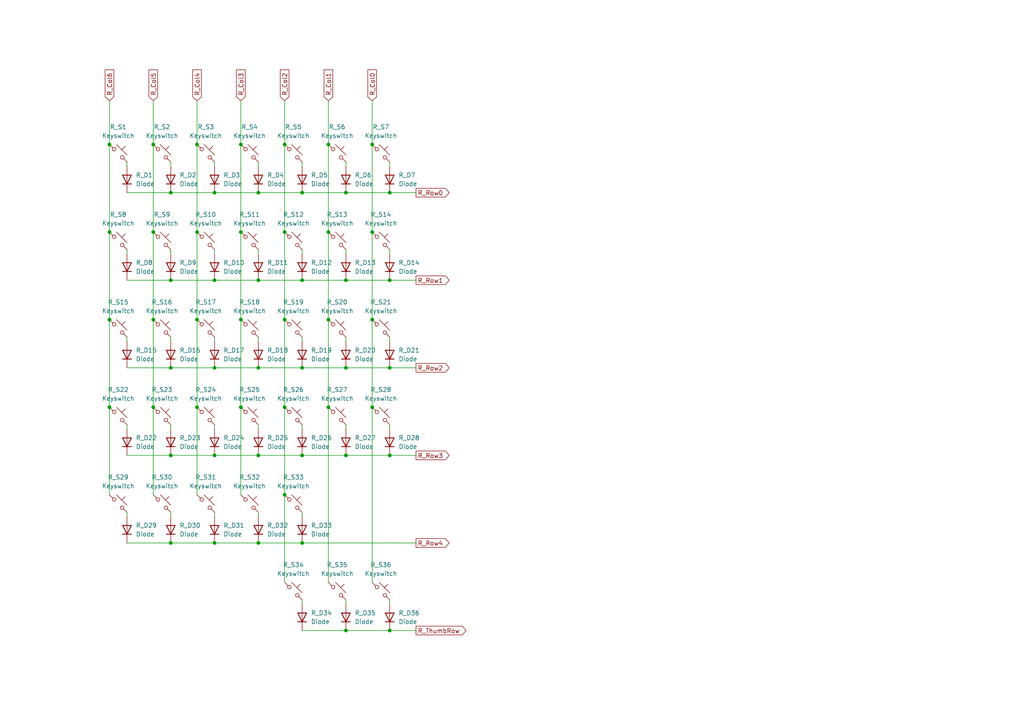
<source format=kicad_sch>
(kicad_sch (version 20250114) (generator "eeschema") (generator_version "9.0")
  (paper "A4")
  (title_block (title "TheFalcon[Left["))
  (lib_symbols
    (symbol "ScottoKeebs:Placeholder_Diode" (pin_numbers (hide yes)) (pin_names (hide yes))
      (property "Reference" "R_D" (at 0 2.54 0))
      (property "Value" "Diode" (at 0 -2.54 0))
      (symbol "Placeholder_Diode_0_1"
        (polyline (pts (xy -1.27 1.27) (xy -1.27 -1.27)) (stroke (width 0.254)))
        (polyline (pts (xy 1.27 1.27) (xy 1.27 -1.27) (xy -1.27 0) (xy 1.27 1.27)) (stroke (width 0.254)))
        (polyline (pts (xy 1.27 0) (xy -1.27 0)))
      )
      (symbol "Placeholder_Diode_1_1"
        (pin passive line (at -3.81 0 0) (length 2.54) (name "K") (number "1"))
        (pin passive line (at 3.81 0 180) (length 2.54) (name "A") (number "2"))
      )
    )
    (symbol "ScottoKeebs:Placeholder_Keyswitch" (pin_numbers (hide yes)) (pin_names (offset 1.016) (hide yes))
      (property "Reference" "R_S" (at 3.048 1.016 0))
      (property "Value" "Keyswitch" (at 0 -3.81 0))
      (symbol "Placeholder_Keyswitch_0_1"
        (polyline (pts (xy -2.54 2.54) (xy -1.524 1.524) (xy -1.524 1.524)))
        (circle (center -1.1684 1.1684) (radius 0.508))
        (polyline (pts (xy -0.508 2.54) (xy 2.54 -0.508)))
        (polyline (pts (xy 1.016 1.016) (xy 2.032 2.032)))
        (circle (center 1.143 -1.1938) (radius 0.508))
        (polyline (pts (xy 1.524 -1.524) (xy 2.54 -2.54) (xy 2.54 -2.54) (xy 2.54 -2.54)))
        (pin passive line (at -2.54 2.54 0) (length 0) (name "1") (number "1"))
        (pin passive line (at 2.54 -2.54 180) (length 0) (name "2") (number "2"))
      )
    )
  )
  (junction (at 107.95 92.71))
  (junction (at 31.75 67.31))
  (junction (at 100.33 106.68))
  (junction (at 74.93 157.48))
  (junction (at 44.45 67.31))
  (junction (at 49.53 157.48))
  (junction (at 100.33 55.88))
  (junction (at 113.03 106.68))
  (junction (at 62.23 132.08))
  (junction (at 31.75 118.11))
  (junction (at 57.15 67.31))
  (junction (at 82.55 143.51))
  (junction (at 87.63 106.68))
  (junction (at 100.33 182.88))
  (junction (at 44.45 118.11))
  (junction (at 82.55 41.91))
  (junction (at 62.23 157.48))
  (junction (at 87.63 157.48))
  (junction (at 49.53 55.88))
  (junction (at 95.25 118.11))
  (junction (at 87.63 55.88))
  (junction (at 69.85 41.91))
  (junction (at 113.03 132.08))
  (junction (at 31.75 92.71))
  (junction (at 49.53 106.68))
  (junction (at 44.45 41.91))
  (junction (at 74.93 55.88))
  (junction (at 74.93 106.68))
  (junction (at 87.63 81.28))
  (junction (at 69.85 92.71))
  (junction (at 107.95 41.91))
  (junction (at 44.45 92.71))
  (junction (at 113.03 81.28))
  (junction (at 82.55 67.31))
  (junction (at 100.33 81.28))
  (junction (at 107.95 118.11))
  (junction (at 69.85 118.11))
  (junction (at 49.53 81.28))
  (junction (at 95.25 92.71))
  (junction (at 87.63 132.08))
  (junction (at 113.03 55.88))
  (junction (at 31.75 41.91))
  (junction (at 57.15 41.91))
  (junction (at 82.55 92.71))
  (junction (at 95.25 41.91))
  (junction (at 62.23 106.68))
  (junction (at 62.23 81.28))
  (junction (at 107.95 67.31))
  (junction (at 49.53 132.08))
  (junction (at 74.93 132.08))
  (junction (at 57.15 92.71))
  (junction (at 62.23 55.88))
  (junction (at 95.25 67.31))
  (junction (at 69.85 67.31))
  (junction (at 57.15 118.11))
  (junction (at 100.33 132.08))
  (junction (at 74.93 81.28))
  (junction (at 113.03 182.88))
  (junction (at 82.55 118.11))
  (wire (pts (xy 36.83 81.28) (xy 49.53 81.28)))
  (wire (pts (xy 113.03 55.88) (xy 120.65 55.88)))
  (wire (pts (xy 69.85 92.71) (xy 69.85 118.11)))
  (wire (pts (xy 44.45 29.21) (xy 44.45 41.91)))
  (wire (pts (xy 62.23 72.39) (xy 62.23 73.66)))
  (wire (pts (xy 49.53 106.68) (xy 62.23 106.68)))
  (wire (pts (xy 82.55 41.91) (xy 82.55 67.31)))
  (wire (pts (xy 74.93 97.79) (xy 74.93 99.06)))
  (wire (pts (xy 87.63 97.79) (xy 87.63 99.06)))
  (wire (pts (xy 49.53 55.88) (xy 62.23 55.88)))
  (wire (pts (xy 74.93 81.28) (xy 87.63 81.28)))
  (wire (pts (xy 57.15 29.21) (xy 57.15 41.91)))
  (wire (pts (xy 100.33 72.39) (xy 100.33 73.66)))
  (wire (pts (xy 31.75 67.31) (xy 31.75 92.71)))
  (wire (pts (xy 62.23 132.08) (xy 74.93 132.08)))
  (wire (pts (xy 36.83 106.68) (xy 49.53 106.68)))
  (wire (pts (xy 95.25 41.91) (xy 95.25 67.31)))
  (wire (pts (xy 113.03 106.68) (xy 120.65 106.68)))
  (wire (pts (xy 100.33 123.19) (xy 100.33 124.46)))
  (wire (pts (xy 44.45 118.11) (xy 44.45 143.51)))
  (wire (pts (xy 107.95 67.31) (xy 107.95 92.71)))
  (wire (pts (xy 82.55 29.21) (xy 82.55 41.91)))
  (wire (pts (xy 62.23 106.68) (xy 74.93 106.68)))
  (wire (pts (xy 62.23 46.99) (xy 62.23 48.26)))
  (wire (pts (xy 49.53 157.48) (xy 62.23 157.48)))
  (wire (pts (xy 87.63 106.68) (xy 100.33 106.68)))
  (wire (pts (xy 113.03 182.88) (xy 120.65 182.88)))
  (wire (pts (xy 100.33 55.88) (xy 113.03 55.88)))
  (wire (pts (xy 82.55 118.11) (xy 82.55 143.51)))
  (wire (pts (xy 107.95 41.91) (xy 107.95 67.31)))
  (wire (pts (xy 62.23 123.19) (xy 62.23 124.46)))
  (wire (pts (xy 31.75 29.21) (xy 31.75 41.91)))
  (wire (pts (xy 31.75 92.71) (xy 31.75 118.11)))
  (wire (pts (xy 107.95 92.71) (xy 107.95 118.11)))
  (wire (pts (xy 36.83 72.39) (xy 36.83 73.66)))
  (wire (pts (xy 49.53 72.39) (xy 49.53 73.66)))
  (wire (pts (xy 36.83 132.08) (xy 49.53 132.08)))
  (wire (pts (xy 87.63 55.88) (xy 100.33 55.88)))
  (wire (pts (xy 107.95 29.21) (xy 107.95 41.91)))
  (wire (pts (xy 87.63 182.88) (xy 100.33 182.88)))
  (wire (pts (xy 69.85 29.21) (xy 69.85 41.91)))
  (wire (pts (xy 113.03 173.99) (xy 113.03 175.26)))
  (wire (pts (xy 113.03 72.39) (xy 113.03 73.66)))
  (wire (pts (xy 49.53 81.28) (xy 62.23 81.28)))
  (wire (pts (xy 36.83 123.19) (xy 36.83 124.46)))
  (wire (pts (xy 36.83 157.48) (xy 49.53 157.48)))
  (wire (pts (xy 87.63 148.59) (xy 87.63 149.86)))
  (wire (pts (xy 69.85 67.31) (xy 69.85 92.71)))
  (wire (pts (xy 49.53 123.19) (xy 49.53 124.46)))
  (wire (pts (xy 100.33 97.79) (xy 100.33 99.06)))
  (wire (pts (xy 62.23 148.59) (xy 62.23 149.86)))
  (wire (pts (xy 49.53 148.59) (xy 49.53 149.86)))
  (wire (pts (xy 100.33 182.88) (xy 113.03 182.88)))
  (wire (pts (xy 57.15 67.31) (xy 57.15 92.71)))
  (wire (pts (xy 36.83 148.59) (xy 36.83 149.86)))
  (wire (pts (xy 100.33 81.28) (xy 113.03 81.28)))
  (wire (pts (xy 95.25 67.31) (xy 95.25 92.71)))
  (wire (pts (xy 74.93 148.59) (xy 74.93 149.86)))
  (wire (pts (xy 87.63 72.39) (xy 87.63 73.66)))
  (wire (pts (xy 82.55 67.31) (xy 82.55 92.71)))
  (wire (pts (xy 57.15 41.91) (xy 57.15 67.31)))
  (wire (pts (xy 44.45 41.91) (xy 44.45 67.31)))
  (wire (pts (xy 100.33 106.68) (xy 113.03 106.68)))
  (wire (pts (xy 95.25 29.21) (xy 95.25 41.91)))
  (wire (pts (xy 82.55 92.71) (xy 82.55 118.11)))
  (wire (pts (xy 49.53 132.08) (xy 62.23 132.08)))
  (wire (pts (xy 74.93 72.39) (xy 74.93 73.66)))
  (wire (pts (xy 95.25 92.71) (xy 95.25 118.11)))
  (wire (pts (xy 100.33 173.99) (xy 100.33 175.26)))
  (wire (pts (xy 69.85 41.91) (xy 69.85 67.31)))
  (wire (pts (xy 69.85 118.11) (xy 69.85 143.51)))
  (wire (pts (xy 74.93 123.19) (xy 74.93 124.46)))
  (wire (pts (xy 31.75 41.91) (xy 31.75 67.31)))
  (wire (pts (xy 113.03 46.99) (xy 113.03 48.26)))
  (wire (pts (xy 82.55 143.51) (xy 82.55 168.91)))
  (wire (pts (xy 100.33 46.99) (xy 100.33 48.26)))
  (wire (pts (xy 87.63 173.99) (xy 87.63 175.26)))
  (wire (pts (xy 31.75 118.11) (xy 31.75 143.51)))
  (wire (pts (xy 62.23 55.88) (xy 74.93 55.88)))
  (wire (pts (xy 74.93 46.99) (xy 74.93 48.26)))
  (wire (pts (xy 113.03 97.79) (xy 113.03 99.06)))
  (wire (pts (xy 74.93 55.88) (xy 87.63 55.88)))
  (wire (pts (xy 36.83 55.88) (xy 49.53 55.88)))
  (wire (pts (xy 87.63 123.19) (xy 87.63 124.46)))
  (wire (pts (xy 74.93 106.68) (xy 87.63 106.68)))
  (wire (pts (xy 74.93 132.08) (xy 87.63 132.08)))
  (wire (pts (xy 62.23 97.79) (xy 62.23 99.06)))
  (wire (pts (xy 44.45 67.31) (xy 44.45 92.71)))
  (wire (pts (xy 100.33 132.08) (xy 113.03 132.08)))
  (wire (pts (xy 36.83 97.79) (xy 36.83 99.06)))
  (wire (pts (xy 36.83 46.99) (xy 36.83 48.26)))
  (wire (pts (xy 62.23 157.48) (xy 74.93 157.48)))
  (wire (pts (xy 87.63 46.99) (xy 87.63 48.26)))
  (wire (pts (xy 87.63 157.48) (xy 120.65 157.48)))
  (wire (pts (xy 113.03 132.08) (xy 120.65 132.08)))
  (wire (pts (xy 57.15 118.11) (xy 57.15 143.51)))
  (wire (pts (xy 87.63 81.28) (xy 100.33 81.28)))
  (wire (pts (xy 44.45 92.71) (xy 44.45 118.11)))
  (wire (pts (xy 74.93 157.48) (xy 87.63 157.48)))
  (wire (pts (xy 107.95 118.11) (xy 107.95 168.91)))
  (wire (pts (xy 113.03 123.19) (xy 113.03 124.46)))
  (wire (pts (xy 49.53 46.99) (xy 49.53 48.26)))
  (wire (pts (xy 62.23 81.28) (xy 74.93 81.28)))
  (wire (pts (xy 95.25 118.11) (xy 95.25 168.91)))
  (wire (pts (xy 49.53 97.79) (xy 49.53 99.06)))
  (wire (pts (xy 57.15 92.71) (xy 57.15 118.11)))
  (wire (pts (xy 113.03 81.28) (xy 120.65 81.28)))
  (wire (pts (xy 87.63 132.08) (xy 100.33 132.08)))
  (global_label "R_ThumbRow" (shape output) (at 120.65 182.88 0) (property "Intersheetrefs" "${INTERSHEET_REFS}" (effects (hide yes))))
  (global_label "R_Col5" (shape input) (at 44.45 29.21 90) (property "Intersheetrefs" "${INTERSHEET_REFS}" (effects (hide yes))))
  (global_label "R_Row3" (shape output) (at 120.65 132.08 0) (property "Intersheetrefs" "${INTERSHEET_REFS}" (effects (hide yes))))
  (global_label "R_Col6" (shape input) (at 31.75 29.21 90) (property "Intersheetrefs" "${INTERSHEET_REFS}" (effects (hide yes))))
  (global_label "R_Row0" (shape output) (at 120.65 55.88 0) (property "Intersheetrefs" "${INTERSHEET_REFS}" (effects (hide yes))))
  (global_label "R_Row1" (shape output) (at 120.65 81.28 0) (property "Intersheetrefs" "${INTERSHEET_REFS}" (effects (hide yes))))
  (global_label "R_Row4" (shape output) (at 120.65 157.48 0) (property "Intersheetrefs" "${INTERSHEET_REFS}" (effects (hide yes))))
  (global_label "R_Col0" (shape input) (at 107.95 29.21 90) (property "Intersheetrefs" "${INTERSHEET_REFS}" (effects (hide yes))))
  (global_label "R_Col1" (shape input) (at 95.25 29.21 90) (property "Intersheetrefs" "${INTERSHEET_REFS}" (effects (hide yes))))
  (global_label "R_Col2" (shape input) (at 82.55 29.21 90) (property "Intersheetrefs" "${INTERSHEET_REFS}" (effects (hide yes))))
  (global_label "R_Col4" (shape input) (at 57.15 29.21 90) (property "Intersheetrefs" "${INTERSHEET_REFS}" (effects (hide yes))))
  (global_label "R_Col3" (shape input) (at 69.85 29.21 90) (property "Intersheetrefs" "${INTERSHEET_REFS}" (effects (hide yes))))
  (global_label "R_Row2" (shape output) (at 120.65 106.68 0) (property "Intersheetrefs" "${INTERSHEET_REFS}" (effects (hide yes))))
  (symbol (lib_id "ScottoKeebs:Placeholder_Keyswitch") (at 46.99 120.65 0) (unit 1)
    (property "Reference" "R_S23" (at 46.99 113.03 0))
    (property "Value" "Keyswitch" (at 46.99 115.57 0))
    (property "Footprint" "MX_KS33:MX_KS33-Solderable-1U" (effects (hide yes)))
    (property "Description" "Push button switch, normally open, two pins, 45° tilted" (effects (hide yes)))
  )
  (symbol (lib_id "ScottoKeebs:Placeholder_Keyswitch") (at 85.09 120.65 0) (unit 1)
    (property "Reference" "R_S26" (at 85.09 113.03 0))
    (property "Value" "Keyswitch" (at 85.09 115.57 0))
    (property "Footprint" "MX_KS33:MX_KS33-Solderable-1U" (effects (hide yes)))
    (property "Description" "Push button switch, normally open, two pins, 45° tilted" (effects (hide yes)))
  )
  (symbol (lib_id "ScottoKeebs:Placeholder_Diode") (at 113.03 179.07 90) (unit 1)
    (property "Reference" "R_D36" (at 115.57 177.7999 90) (effects (justify right)))
    (property "Value" "Diode" (at 115.57 180.3399 90) (effects (justify right)))
    (property "Footprint" "Diode_SMD:D_SOD-123" (effects (hide yes)))
    (property "Description" "1N4148 (DO-35) or 1N4148W (SOD-123)" (effects (hide yes)))
    (property "LCSC Part Number" "C2099" (effects (hide yes)))
  )
  (symbol (lib_id "ScottoKeebs:Placeholder_Diode") (at 100.33 52.07 90) (unit 1)
    (property "Reference" "R_D6" (at 102.87 50.7999 90) (effects (justify right)))
    (property "Value" "Diode" (at 102.87 53.3399 90) (effects (justify right)))
    (property "Footprint" "Diode_SMD:D_SOD-123" (effects (hide yes)))
    (property "Description" "1N4148 (DO-35) or 1N4148W (SOD-123)" (effects (hide yes)))
    (property "LCSC Part Number" "C2099" (effects (hide yes)))
  )
  (symbol (lib_id "ScottoKeebs:Placeholder_Diode") (at 62.23 128.27 90) (unit 1)
    (property "Reference" "R_D24" (at 64.77 126.9999 90) (effects (justify right)))
    (property "Value" "Diode" (at 64.77 129.5399 90) (effects (justify right)))
    (property "Footprint" "Diode_SMD:D_SOD-123" (effects (hide yes)))
    (property "Description" "1N4148 (DO-35) or 1N4148W (SOD-123)" (effects (hide yes)))
    (property "LCSC Part Number" "C2099" (effects (hide yes)))
  )
  (symbol (lib_id "ScottoKeebs:Placeholder_Diode") (at 49.53 77.47 90) (unit 1)
    (property "Reference" "R_D9" (at 52.07 76.1999 90) (effects (justify right)))
    (property "Value" "Diode" (at 52.07 78.7399 90) (effects (justify right)))
    (property "Footprint" "Diode_SMD:D_SOD-123" (effects (hide yes)))
    (property "Description" "1N4148 (DO-35) or 1N4148W (SOD-123)" (effects (hide yes)))
    (property "LCSC Part Number" "C2099" (effects (hide yes)))
  )
  (symbol (lib_id "ScottoKeebs:Placeholder_Diode") (at 87.63 179.07 90) (unit 1)
    (property "Reference" "R_D34" (at 90.17 177.7999 90) (effects (justify right)))
    (property "Value" "Diode" (at 90.17 180.3399 90) (effects (justify right)))
    (property "Footprint" "Diode_SMD:D_SOD-123" (effects (hide yes)))
    (property "Description" "1N4148 (DO-35) or 1N4148W (SOD-123)" (effects (hide yes)))
    (property "LCSC Part Number" "C2099" (effects (hide yes)))
  )
  (symbol (lib_id "ScottoKeebs:Placeholder_Diode") (at 100.33 77.47 90) (unit 1)
    (property "Reference" "R_D13" (at 102.87 76.1999 90) (effects (justify right)))
    (property "Value" "Diode" (at 102.87 78.7399 90) (effects (justify right)))
    (property "Footprint" "Diode_SMD:D_SOD-123" (effects (hide yes)))
    (property "Description" "1N4148 (DO-35) or 1N4148W (SOD-123)" (effects (hide yes)))
    (property "LCSC Part Number" "C2099" (effects (hide yes)))
  )
  (symbol (lib_id "ScottoKeebs:Placeholder_Keyswitch") (at 97.79 69.85 0) (unit 1)
    (property "Reference" "R_S13" (at 97.79 62.23 0))
    (property "Value" "Keyswitch" (at 97.79 64.77 0))
    (property "Footprint" "MX_KS33:MX_KS33-Solderable-1U" (effects (hide yes)))
    (property "Description" "Push button switch, normally open, two pins, 45° tilted" (effects (hide yes)))
  )
  (symbol (lib_id "ScottoKeebs:Placeholder_Diode") (at 62.23 77.47 90) (unit 1)
    (property "Reference" "R_D10" (at 64.77 76.1999 90) (effects (justify right)))
    (property "Value" "Diode" (at 64.77 78.7399 90) (effects (justify right)))
    (property "Footprint" "Diode_SMD:D_SOD-123" (effects (hide yes)))
    (property "Description" "1N4148 (DO-35) or 1N4148W (SOD-123)" (effects (hide yes)))
    (property "LCSC Part Number" "C2099" (effects (hide yes)))
  )
  (symbol (lib_id "ScottoKeebs:Placeholder_Diode") (at 87.63 153.67 90) (unit 1)
    (property "Reference" "R_D33" (at 90.17 152.3999 90) (effects (justify right)))
    (property "Value" "Diode" (at 90.17 154.9399 90) (effects (justify right)))
    (property "Footprint" "Diode_SMD:D_SOD-123" (effects (hide yes)))
    (property "Description" "1N4148 (DO-35) or 1N4148W (SOD-123)" (effects (hide yes)))
    (property "LCSC Part Number" "C2099" (effects (hide yes)))
  )
  (symbol (lib_id "ScottoKeebs:Placeholder_Keyswitch") (at 34.29 146.05 0) (unit 1)
    (property "Reference" "R_S29" (at 34.29 138.43 0))
    (property "Value" "Keyswitch" (at 34.29 140.97 0))
    (property "Footprint" "MX_KS33:MX_KS33-Solderable-1U" (effects (hide yes)))
    (property "Description" "Push button switch, normally open, two pins, 45° tilted" (effects (hide yes)))
  )
  (symbol (lib_id "ScottoKeebs:Placeholder_Keyswitch") (at 34.29 44.45 0) (unit 1)
    (property "Reference" "R_S1" (at 34.29 36.83 0))
    (property "Value" "Keyswitch" (at 34.29 39.37 0))
    (property "Footprint" "MX_KS33:MX_KS33-Solderable-1U" (effects (hide yes)))
    (property "Description" "Push button switch, normally open, two pins, 45° tilted" (effects (hide yes)))
  )
  (symbol (lib_id "ScottoKeebs:Placeholder_Diode") (at 74.93 102.87 90) (unit 1)
    (property "Reference" "R_D18" (at 77.47 101.5999 90) (effects (justify right)))
    (property "Value" "Diode" (at 77.47 104.1399 90) (effects (justify right)))
    (property "Footprint" "Diode_SMD:D_SOD-123" (effects (hide yes)))
    (property "Description" "1N4148 (DO-35) or 1N4148W (SOD-123)" (effects (hide yes)))
    (property "LCSC Part Number" "C2099" (effects (hide yes)))
  )
  (symbol (lib_id "ScottoKeebs:Placeholder_Diode") (at 74.93 153.67 90) (unit 1)
    (property "Reference" "R_D32" (at 77.47 152.3999 90) (effects (justify right)))
    (property "Value" "Diode" (at 77.47 154.9399 90) (effects (justify right)))
    (property "Footprint" "Diode_SMD:D_SOD-123" (effects (hide yes)))
    (property "Description" "1N4148 (DO-35) or 1N4148W (SOD-123)" (effects (hide yes)))
    (property "LCSC Part Number" "C2099" (effects (hide yes)))
  )
  (symbol (lib_id "ScottoKeebs:Placeholder_Diode") (at 49.53 52.07 90) (unit 1)
    (property "Reference" "R_D2" (at 52.07 50.7999 90) (effects (justify right)))
    (property "Value" "Diode" (at 52.07 53.3399 90) (effects (justify right)))
    (property "Footprint" "Diode_SMD:D_SOD-123" (effects (hide yes)))
    (property "Description" "1N4148 (DO-35) or 1N4148W (SOD-123)" (effects (hide yes)))
    (property "LCSC Part Number" "C2099" (effects (hide yes)))
  )
  (symbol (lib_id "ScottoKeebs:Placeholder_Diode") (at 100.33 128.27 90) (unit 1)
    (property "Reference" "R_D27" (at 102.87 126.9999 90) (effects (justify right)))
    (property "Value" "Diode" (at 102.87 129.5399 90) (effects (justify right)))
    (property "Footprint" "Diode_SMD:D_SOD-123" (effects (hide yes)))
    (property "Description" "1N4148 (DO-35) or 1N4148W (SOD-123)" (effects (hide yes)))
    (property "LCSC Part Number" "C2099" (effects (hide yes)))
  )
  (symbol (lib_id "ScottoKeebs:Placeholder_Keyswitch") (at 110.49 120.65 0) (unit 1)
    (property "Reference" "R_S28" (at 110.49 113.03 0))
    (property "Value" "Keyswitch" (at 110.49 115.57 0))
    (property "Footprint" "MX_KS33:MX_KS33-Solderable-1U" (effects (hide yes)))
    (property "Description" "Push button switch, normally open, two pins, 45° tilted" (effects (hide yes)))
  )
  (symbol (lib_id "ScottoKeebs:Placeholder_Diode") (at 87.63 52.07 90) (unit 1)
    (property "Reference" "R_D5" (at 90.17 50.7999 90) (effects (justify right)))
    (property "Value" "Diode" (at 90.17 53.3399 90) (effects (justify right)))
    (property "Footprint" "Diode_SMD:D_SOD-123" (effects (hide yes)))
    (property "Description" "1N4148 (DO-35) or 1N4148W (SOD-123)" (effects (hide yes)))
    (property "LCSC Part Number" "C2099" (effects (hide yes)))
  )
  (symbol (lib_id "ScottoKeebs:Placeholder_Keyswitch") (at 72.39 146.05 0) (unit 1)
    (property "Reference" "R_S32" (at 72.39 138.43 0))
    (property "Value" "Keyswitch" (at 72.39 140.97 0))
    (property "Footprint" "MX_KS33:MX_KS33-Solderable-1U" (effects (hide yes)))
    (property "Description" "Push button switch, normally open, two pins, 45° tilted" (effects (hide yes)))
  )
  (symbol (lib_id "ScottoKeebs:Placeholder_Diode") (at 62.23 102.87 90) (unit 1)
    (property "Reference" "R_D17" (at 64.77 101.5999 90) (effects (justify right)))
    (property "Value" "Diode" (at 64.77 104.1399 90) (effects (justify right)))
    (property "Footprint" "Diode_SMD:D_SOD-123" (effects (hide yes)))
    (property "Description" "1N4148 (DO-35) or 1N4148W (SOD-123)" (effects (hide yes)))
    (property "LCSC Part Number" "C2099" (effects (hide yes)))
  )
  (symbol (lib_id "ScottoKeebs:Placeholder_Diode") (at 49.53 153.67 90) (unit 1)
    (property "Reference" "R_D30" (at 52.07 152.3999 90) (effects (justify right)))
    (property "Value" "Diode" (at 52.07 154.9399 90) (effects (justify right)))
    (property "Footprint" "Diode_SMD:D_SOD-123" (effects (hide yes)))
    (property "Description" "1N4148 (DO-35) or 1N4148W (SOD-123)" (effects (hide yes)))
    (property "LCSC Part Number" "C2099" (effects (hide yes)))
  )
  (symbol (lib_id "ScottoKeebs:Placeholder_Keyswitch") (at 85.09 95.25 0) (unit 1)
    (property "Reference" "R_S19" (at 85.09 87.63 0))
    (property "Value" "Keyswitch" (at 85.09 90.17 0))
    (property "Footprint" "MX_KS33:MX_KS33-Solderable-1U" (effects (hide yes)))
    (property "Description" "Push button switch, normally open, two pins, 45° tilted" (effects (hide yes)))
  )
  (symbol (lib_id "ScottoKeebs:Placeholder_Keyswitch") (at 34.29 95.25 0) (unit 1)
    (property "Reference" "R_S15" (at 34.29 87.63 0))
    (property "Value" "Keyswitch" (at 34.29 90.17 0))
    (property "Footprint" "MX_KS33:MX_KS33-Solderable-1U" (effects (hide yes)))
    (property "Description" "Push button switch, normally open, two pins, 45° tilted" (effects (hide yes)))
  )
  (symbol (lib_id "ScottoKeebs:Placeholder_Keyswitch") (at 85.09 146.05 0) (unit 1)
    (property "Reference" "R_S33" (at 85.09 138.43 0))
    (property "Value" "Keyswitch" (at 85.09 140.97 0))
    (property "Footprint" "MX_KS33:MX_KS33-Solderable-1U" (effects (hide yes)))
    (property "Description" "Push button switch, normally open, two pins, 45° tilted" (effects (hide yes)))
  )
  (symbol (lib_id "ScottoKeebs:Placeholder_Diode") (at 113.03 77.47 90) (unit 1)
    (property "Reference" "R_D14" (at 115.57 76.1999 90) (effects (justify right)))
    (property "Value" "Diode" (at 115.57 78.7399 90) (effects (justify right)))
    (property "Footprint" "Diode_SMD:D_SOD-123" (effects (hide yes)))
    (property "Description" "1N4148 (DO-35) or 1N4148W (SOD-123)" (effects (hide yes)))
    (property "LCSC Part Number" "C2099" (effects (hide yes)))
  )
  (symbol (lib_id "ScottoKeebs:Placeholder_Diode") (at 87.63 77.47 90) (unit 1)
    (property "Reference" "R_D12" (at 90.17 76.1999 90) (effects (justify right)))
    (property "Value" "Diode" (at 90.17 78.7399 90) (effects (justify right)))
    (property "Footprint" "Diode_SMD:D_SOD-123" (effects (hide yes)))
    (property "Description" "1N4148 (DO-35) or 1N4148W (SOD-123)" (effects (hide yes)))
    (property "LCSC Part Number" "C2099" (effects (hide yes)))
  )
  (symbol (lib_id "ScottoKeebs:Placeholder_Keyswitch") (at 97.79 171.45 0) (unit 1)
    (property "Reference" "R_S35" (at 97.79 163.83 0))
    (property "Value" "Keyswitch" (at 97.79 166.37 0))
    (property "Footprint" "MX_KS33:MX_KS33-Solderable-1.5U-Vertical" (effects (hide yes)))
    (property "Description" "Push button switch, normally open, two pins, 45° tilted" (effects (hide yes)))
  )
  (symbol (lib_id "ScottoKeebs:Placeholder_Keyswitch") (at 34.29 120.65 0) (unit 1)
    (property "Reference" "R_S22" (at 34.29 113.03 0))
    (property "Value" "Keyswitch" (at 34.29 115.57 0))
    (property "Footprint" "MX_KS33:MX_KS33-Solderable-1U" (effects (hide yes)))
    (property "Description" "Push button switch, normally open, two pins, 45° tilted" (effects (hide yes)))
  )
  (symbol (lib_id "ScottoKeebs:Placeholder_Diode") (at 36.83 77.47 90) (unit 1)
    (property "Reference" "R_D8" (at 39.37 76.1999 90) (effects (justify right)))
    (property "Value" "Diode" (at 39.37 78.7399 90) (effects (justify right)))
    (property "Footprint" "Diode_SMD:D_SOD-123" (effects (hide yes)))
    (property "Description" "1N4148 (DO-35) or 1N4148W (SOD-123)" (effects (hide yes)))
    (property "LCSC Part Number" "C2099" (effects (hide yes)))
  )
  (symbol (lib_id "ScottoKeebs:Placeholder_Keyswitch") (at 46.99 146.05 0) (unit 1)
    (property "Reference" "R_S30" (at 46.99 138.43 0))
    (property "Value" "Keyswitch" (at 46.99 140.97 0))
    (property "Footprint" "MX_KS33:MX_KS33-Solderable-1U" (effects (hide yes)))
    (property "Description" "Push button switch, normally open, two pins, 45° tilted" (effects (hide yes)))
  )
  (symbol (lib_id "ScottoKeebs:Placeholder_Diode") (at 62.23 52.07 90) (unit 1)
    (property "Reference" "R_D3" (at 64.77 50.7999 90) (effects (justify right)))
    (property "Value" "Diode" (at 64.77 53.3399 90) (effects (justify right)))
    (property "Footprint" "Diode_SMD:D_SOD-123" (effects (hide yes)))
    (property "Description" "1N4148 (DO-35) or 1N4148W (SOD-123)" (effects (hide yes)))
    (property "LCSC Part Number" "C2099" (effects (hide yes)))
  )
  (symbol (lib_id "ScottoKeebs:Placeholder_Keyswitch") (at 72.39 69.85 0) (unit 1)
    (property "Reference" "R_S11" (at 72.39 62.23 0))
    (property "Value" "Keyswitch" (at 72.39 64.77 0))
    (property "Footprint" "MX_KS33:MX_KS33-Solderable-1U" (effects (hide yes)))
    (property "Description" "Push button switch, normally open, two pins, 45° tilted" (effects (hide yes)))
  )
  (symbol (lib_id "ScottoKeebs:Placeholder_Diode") (at 49.53 102.87 90) (unit 1)
    (property "Reference" "R_D16" (at 52.07 101.5999 90) (effects (justify right)))
    (property "Value" "Diode" (at 52.07 104.1399 90) (effects (justify right)))
    (property "Footprint" "Diode_SMD:D_SOD-123" (effects (hide yes)))
    (property "Description" "1N4148 (DO-35) or 1N4148W (SOD-123)" (effects (hide yes)))
    (property "LCSC Part Number" "C2099" (effects (hide yes)))
  )
  (symbol (lib_id "ScottoKeebs:Placeholder_Keyswitch") (at 97.79 95.25 0) (unit 1)
    (property "Reference" "R_S20" (at 97.79 87.63 0))
    (property "Value" "Keyswitch" (at 97.79 90.17 0))
    (property "Footprint" "MX_KS33:MX_KS33-Solderable-1U" (effects (hide yes)))
    (property "Description" "Push button switch, normally open, two pins, 45° tilted" (effects (hide yes)))
  )
  (symbol (lib_id "ScottoKeebs:Placeholder_Diode") (at 100.33 102.87 90) (unit 1)
    (property "Reference" "R_D20" (at 102.87 101.5999 90) (effects (justify right)))
    (property "Value" "Diode" (at 102.87 104.1399 90) (effects (justify right)))
    (property "Footprint" "Diode_SMD:D_SOD-123" (effects (hide yes)))
    (property "Description" "1N4148 (DO-35) or 1N4148W (SOD-123)" (effects (hide yes)))
    (property "LCSC Part Number" "C2099" (effects (hide yes)))
  )
  (symbol (lib_id "ScottoKeebs:Placeholder_Diode") (at 100.33 179.07 90) (unit 1)
    (property "Reference" "R_D35" (at 102.87 177.7999 90) (effects (justify right)))
    (property "Value" "Diode" (at 102.87 180.3399 90) (effects (justify right)))
    (property "Footprint" "Diode_SMD:D_SOD-123" (effects (hide yes)))
    (property "Description" "1N4148 (DO-35) or 1N4148W (SOD-123)" (effects (hide yes)))
    (property "LCSC Part Number" "C2099" (effects (hide yes)))
  )
  (symbol (lib_id "ScottoKeebs:Placeholder_Keyswitch") (at 97.79 44.45 0) (unit 1)
    (property "Reference" "R_S6" (at 97.79 36.83 0))
    (property "Value" "Keyswitch" (at 97.79 39.37 0))
    (property "Footprint" "MX_KS33:MX_KS33-Solderable-1U" (effects (hide yes)))
    (property "Description" "Push button switch, normally open, two pins, 45° tilted" (effects (hide yes)))
  )
  (symbol (lib_id "ScottoKeebs:Placeholder_Keyswitch") (at 110.49 44.45 0) (unit 1)
    (property "Reference" "R_S7" (at 110.49 36.83 0))
    (property "Value" "Keyswitch" (at 110.49 39.37 0))
    (property "Footprint" "MX_KS33:MX_KS33-Solderable-1U" (effects (hide yes)))
    (property "Description" "Push button switch, normally open, two pins, 45° tilted" (effects (hide yes)))
  )
  (symbol (lib_id "ScottoKeebs:Placeholder_Diode") (at 36.83 52.07 90) (unit 1)
    (property "Reference" "R_D1" (at 39.37 50.7999 90) (effects (justify right)))
    (property "Value" "Diode" (at 39.37 53.3399 90) (effects (justify right)))
    (property "Footprint" "Diode_SMD:D_SOD-123" (effects (hide yes)))
    (property "Description" "1N4148 (DO-35) or 1N4148W (SOD-123)" (effects (hide yes)))
    (property "LCSC Part Number" "C2099" (effects (hide yes)))
  )
  (symbol (lib_id "ScottoKeebs:Placeholder_Keyswitch") (at 72.39 95.25 0) (unit 1)
    (property "Reference" "R_S18" (at 72.39 87.63 0))
    (property "Value" "Keyswitch" (at 72.39 90.17 0))
    (property "Footprint" "MX_KS33:MX_KS33-Solderable-1U" (effects (hide yes)))
    (property "Description" "Push button switch, normally open, two pins, 45° tilted" (effects (hide yes)))
  )
  (symbol (lib_id "ScottoKeebs:Placeholder_Keyswitch") (at 85.09 69.85 0) (unit 1)
    (property "Reference" "R_S12" (at 85.09 62.23 0))
    (property "Value" "Keyswitch" (at 85.09 64.77 0))
    (property "Footprint" "MX_KS33:MX_KS33-Solderable-1U" (effects (hide yes)))
    (property "Description" "Push button switch, normally open, two pins, 45° tilted" (effects (hide yes)))
  )
  (symbol (lib_id "ScottoKeebs:Placeholder_Keyswitch") (at 59.69 69.85 0) (unit 1)
    (property "Reference" "R_S10" (at 59.69 62.23 0))
    (property "Value" "Keyswitch" (at 59.69 64.77 0))
    (property "Footprint" "MX_KS33:MX_KS33-Solderable-1U" (effects (hide yes)))
    (property "Description" "Push button switch, normally open, two pins, 45° tilted" (effects (hide yes)))
  )
  (symbol (lib_id "ScottoKeebs:Placeholder_Keyswitch") (at 72.39 44.45 0) (unit 1)
    (property "Reference" "R_S4" (at 72.39 36.83 0))
    (property "Value" "Keyswitch" (at 72.39 39.37 0))
    (property "Footprint" "MX_KS33:MX_KS33-Solderable-1U" (effects (hide yes)))
    (property "Description" "Push button switch, normally open, two pins, 45° tilted" (effects (hide yes)))
  )
  (symbol (lib_id "ScottoKeebs:Placeholder_Keyswitch") (at 59.69 44.45 0) (unit 1)
    (property "Reference" "R_S3" (at 59.69 36.83 0))
    (property "Value" "Keyswitch" (at 59.69 39.37 0))
    (property "Footprint" "MX_KS33:MX_KS33-Solderable-1U" (effects (hide yes)))
    (property "Description" "Push button switch, normally open, two pins, 45° tilted" (effects (hide yes)))
  )
  (symbol (lib_id "ScottoKeebs:Placeholder_Keyswitch") (at 110.49 95.25 0) (unit 1)
    (property "Reference" "R_S21" (at 110.49 87.63 0))
    (property "Value" "Keyswitch" (at 110.49 90.17 0))
    (property "Footprint" "MX_KS33:MX_KS33-Solderable-1U" (effects (hide yes)))
    (property "Description" "Push button switch, normally open, two pins, 45° tilted" (effects (hide yes)))
  )
  (symbol (lib_id "ScottoKeebs:Placeholder_Diode") (at 36.83 153.67 90) (unit 1)
    (property "Reference" "R_D29" (at 39.37 152.3999 90) (effects (justify right)))
    (property "Value" "Diode" (at 39.37 154.9399 90) (effects (justify right)))
    (property "Footprint" "Diode_SMD:D_SOD-123" (effects (hide yes)))
    (property "Description" "1N4148 (DO-35) or 1N4148W (SOD-123)" (effects (hide yes)))
    (property "LCSC Part Number" "C2099" (effects (hide yes)))
  )
  (symbol (lib_id "ScottoKeebs:Placeholder_Keyswitch") (at 97.79 120.65 0) (unit 1)
    (property "Reference" "R_S27" (at 97.79 113.03 0))
    (property "Value" "Keyswitch" (at 97.79 115.57 0))
    (property "Footprint" "MX_KS33:MX_KS33-Solderable-1U" (effects (hide yes)))
    (property "Description" "Push button switch, normally open, two pins, 45° tilted" (effects (hide yes)))
  )
  (symbol (lib_id "ScottoKeebs:Placeholder_Diode") (at 74.93 128.27 90) (unit 1)
    (property "Reference" "R_D25" (at 77.47 126.9999 90) (effects (justify right)))
    (property "Value" "Diode" (at 77.47 129.5399 90) (effects (justify right)))
    (property "Footprint" "Diode_SMD:D_SOD-123" (effects (hide yes)))
    (property "Description" "1N4148 (DO-35) or 1N4148W (SOD-123)" (effects (hide yes)))
    (property "LCSC Part Number" "C2099" (effects (hide yes)))
  )
  (symbol (lib_id "ScottoKeebs:Placeholder_Diode") (at 87.63 128.27 90) (unit 1)
    (property "Reference" "R_D26" (at 90.17 126.9999 90) (effects (justify right)))
    (property "Value" "Diode" (at 90.17 129.5399 90) (effects (justify right)))
    (property "Footprint" "Diode_SMD:D_SOD-123" (effects (hide yes)))
    (property "Description" "1N4148 (DO-35) or 1N4148W (SOD-123)" (effects (hide yes)))
    (property "LCSC Part Number" "C2099" (effects (hide yes)))
  )
  (symbol (lib_id "ScottoKeebs:Placeholder_Keyswitch") (at 46.99 44.45 0) (unit 1)
    (property "Reference" "R_S2" (at 46.99 36.83 0))
    (property "Value" "Keyswitch" (at 46.99 39.37 0))
    (property "Footprint" "MX_KS33:MX_KS33-Solderable-1U" (effects (hide yes)))
    (property "Description" "Push button switch, normally open, two pins, 45° tilted" (effects (hide yes)))
  )
  (symbol (lib_id "ScottoKeebs:Placeholder_Keyswitch") (at 46.99 95.25 0) (unit 1)
    (property "Reference" "R_S16" (at 46.99 87.63 0))
    (property "Value" "Keyswitch" (at 46.99 90.17 0))
    (property "Footprint" "MX_KS33:MX_KS33-Solderable-1U" (effects (hide yes)))
    (property "Description" "Push button switch, normally open, two pins, 45° tilted" (effects (hide yes)))
  )
  (symbol (lib_id "ScottoKeebs:Placeholder_Keyswitch") (at 85.09 171.45 0) (unit 1)
    (property "Reference" "R_S34" (at 85.09 163.83 0))
    (property "Value" "Keyswitch" (at 85.09 166.37 0))
    (property "Footprint" "MX_KS33:MX_KS33-Solderable-1U" (effects (hide yes)))
    (property "Description" "Push button switch, normally open, two pins, 45° tilted" (effects (hide yes)))
  )
  (symbol (lib_id "ScottoKeebs:Placeholder_Keyswitch") (at 46.99 69.85 0) (unit 1)
    (property "Reference" "R_S9" (at 46.99 62.23 0))
    (property "Value" "Keyswitch" (at 46.99 64.77 0))
    (property "Footprint" "MX_KS33:MX_KS33-Solderable-1U" (effects (hide yes)))
    (property "Description" "Push button switch, normally open, two pins, 45° tilted" (effects (hide yes)))
  )
  (symbol (lib_id "ScottoKeebs:Placeholder_Diode") (at 49.53 128.27 90) (unit 1)
    (property "Reference" "R_D23" (at 52.07 126.9999 90) (effects (justify right)))
    (property "Value" "Diode" (at 52.07 129.5399 90) (effects (justify right)))
    (property "Footprint" "Diode_SMD:D_SOD-123" (effects (hide yes)))
    (property "Description" "1N4148 (DO-35) or 1N4148W (SOD-123)" (effects (hide yes)))
    (property "LCSC Part Number" "C2099" (effects (hide yes)))
  )
  (symbol (lib_id "ScottoKeebs:Placeholder_Diode") (at 74.93 52.07 90) (unit 1)
    (property "Reference" "R_D4" (at 77.47 50.7999 90) (effects (justify right)))
    (property "Value" "Diode" (at 77.47 53.3399 90) (effects (justify right)))
    (property "Footprint" "Diode_SMD:D_SOD-123" (effects (hide yes)))
    (property "Description" "1N4148 (DO-35) or 1N4148W (SOD-123)" (effects (hide yes)))
    (property "LCSC Part Number" "C2099" (effects (hide yes)))
  )
  (symbol (lib_id "ScottoKeebs:Placeholder_Diode") (at 113.03 128.27 90) (unit 1)
    (property "Reference" "R_D28" (at 115.57 126.9999 90) (effects (justify right)))
    (property "Value" "Diode" (at 115.57 129.5399 90) (effects (justify right)))
    (property "Footprint" "Diode_SMD:D_SOD-123" (effects (hide yes)))
    (property "Description" "1N4148 (DO-35) or 1N4148W (SOD-123)" (effects (hide yes)))
    (property "LCSC Part Number" "C2099" (effects (hide yes)))
  )
  (symbol (lib_id "ScottoKeebs:Placeholder_Keyswitch") (at 110.49 69.85 0) (unit 1)
    (property "Reference" "R_S14" (at 110.49 62.23 0))
    (property "Value" "Keyswitch" (at 110.49 64.77 0))
    (property "Footprint" "MX_KS33:MX_KS33-Solderable-1U" (effects (hide yes)))
    (property "Description" "Push button switch, normally open, two pins, 45° tilted" (effects (hide yes)))
  )
  (symbol (lib_id "ScottoKeebs:Placeholder_Diode") (at 113.03 52.07 90) (unit 1)
    (property "Reference" "R_D7" (at 115.57 50.7999 90) (effects (justify right)))
    (property "Value" "Diode" (at 115.57 53.3399 90) (effects (justify right)))
    (property "Footprint" "Diode_SMD:D_SOD-123" (effects (hide yes)))
    (property "Description" "1N4148 (DO-35) or 1N4148W (SOD-123)" (effects (hide yes)))
    (property "LCSC Part Number" "C2099" (effects (hide yes)))
  )
  (symbol (lib_id "ScottoKeebs:Placeholder_Keyswitch") (at 85.09 44.45 0) (unit 1)
    (property "Reference" "R_S5" (at 85.09 36.83 0))
    (property "Value" "Keyswitch" (at 85.09 39.37 0))
    (property "Footprint" "MX_KS33:MX_KS33-Solderable-1U" (effects (hide yes)))
    (property "Description" "Push button switch, normally open, two pins, 45° tilted" (effects (hide yes)))
  )
  (symbol (lib_id "ScottoKeebs:Placeholder_Keyswitch") (at 34.29 69.85 0) (unit 1)
    (property "Reference" "R_S8" (at 34.29 62.23 0))
    (property "Value" "Keyswitch" (at 34.29 64.77 0))
    (property "Footprint" "MX_KS33:MX_KS33-Solderable-1U" (effects (hide yes)))
    (property "Description" "Push button switch, normally open, two pins, 45° tilted" (effects (hide yes)))
  )
  (symbol (lib_id "ScottoKeebs:Placeholder_Diode") (at 87.63 102.87 90) (unit 1)
    (property "Reference" "R_D19" (at 90.17 101.5999 90) (effects (justify right)))
    (property "Value" "Diode" (at 90.17 104.1399 90) (effects (justify right)))
    (property "Footprint" "Diode_SMD:D_SOD-123" (effects (hide yes)))
    (property "Description" "1N4148 (DO-35) or 1N4148W (SOD-123)" (effects (hide yes)))
    (property "LCSC Part Number" "C2099" (effects (hide yes)))
  )
  (symbol (lib_id "ScottoKeebs:Placeholder_Keyswitch") (at 59.69 95.25 0) (unit 1)
    (property "Reference" "R_S17" (at 59.69 87.63 0))
    (property "Value" "Keyswitch" (at 59.69 90.17 0))
    (property "Footprint" "MX_KS33:MX_KS33-Solderable-1U" (effects (hide yes)))
    (property "Description" "Push button switch, normally open, two pins, 45° tilted" (effects (hide yes)))
  )
  (symbol (lib_id "ScottoKeebs:Placeholder_Keyswitch") (at 59.69 120.65 0) (unit 1)
    (property "Reference" "R_S24" (at 59.69 113.03 0))
    (property "Value" "Keyswitch" (at 59.69 115.57 0))
    (property "Footprint" "MX_KS33:MX_KS33-Solderable-1U" (effects (hide yes)))
    (property "Description" "Push button switch, normally open, two pins, 45° tilted" (effects (hide yes)))
  )
  (symbol (lib_id "ScottoKeebs:Placeholder_Diode") (at 36.83 102.87 90) (unit 1)
    (property "Reference" "R_D15" (at 39.37 101.5999 90) (effects (justify right)))
    (property "Value" "Diode" (at 39.37 104.1399 90) (effects (justify right)))
    (property "Footprint" "Diode_SMD:D_SOD-123" (effects (hide yes)))
    (property "Description" "1N4148 (DO-35) or 1N4148W (SOD-123)" (effects (hide yes)))
    (property "LCSC Part Number" "C2099" (effects (hide yes)))
  )
  (symbol (lib_id "ScottoKeebs:Placeholder_Diode") (at 113.03 102.87 90) (unit 1)
    (property "Reference" "R_D21" (at 115.57 101.5999 90) (effects (justify right)))
    (property "Value" "Diode" (at 115.57 104.1399 90) (effects (justify right)))
    (property "Footprint" "Diode_SMD:D_SOD-123" (effects (hide yes)))
    (property "Description" "1N4148 (DO-35) or 1N4148W (SOD-123)" (effects (hide yes)))
    (property "LCSC Part Number" "C2099" (effects (hide yes)))
  )
  (symbol (lib_id "ScottoKeebs:Placeholder_Keyswitch") (at 72.39 120.65 0) (unit 1)
    (property "Reference" "R_S25" (at 72.39 113.03 0))
    (property "Value" "Keyswitch" (at 72.39 115.57 0))
    (property "Footprint" "MX_KS33:MX_KS33-Solderable-1U" (effects (hide yes)))
    (property "Description" "Push button switch, normally open, two pins, 45° tilted" (effects (hide yes)))
  )
  (symbol (lib_id "ScottoKeebs:Placeholder_Keyswitch") (at 110.49 171.45 0) (unit 1)
    (property "Reference" "R_S36" (at 110.49 163.83 0))
    (property "Value" "Keyswitch" (at 110.49 166.37 0))
    (property "Footprint" "MX_KS33:MX_KS33-Solderable-1.5U-Vertical" (effects (hide yes)))
    (property "Description" "Push button switch, normally open, two pins, 45° tilted" (effects (hide yes)))
  )
  (symbol (lib_id "ScottoKeebs:Placeholder_Diode") (at 36.83 128.27 90) (unit 1)
    (property "Reference" "R_D22" (at 39.37 126.9999 90) (effects (justify right)))
    (property "Value" "Diode" (at 39.37 129.5399 90) (effects (justify right)))
    (property "Footprint" "Diode_SMD:D_SOD-123" (effects (hide yes)))
    (property "Description" "1N4148 (DO-35) or 1N4148W (SOD-123)" (effects (hide yes)))
    (property "LCSC Part Number" "C2099" (effects (hide yes)))
  )
  (symbol (lib_id "ScottoKeebs:Placeholder_Keyswitch") (at 59.69 146.05 0) (unit 1)
    (property "Reference" "R_S31" (at 59.69 138.43 0))
    (property "Value" "Keyswitch" (at 59.69 140.97 0))
    (property "Footprint" "MX_KS33:MX_KS33-Solderable-1U" (effects (hide yes)))
    (property "Description" "Push button switch, normally open, two pins, 45° tilted" (effects (hide yes)))
  )
  (symbol (lib_id "ScottoKeebs:Placeholder_Diode") (at 62.23 153.67 90) (unit 1)
    (property "Reference" "R_D31" (at 64.77 152.3999 90) (effects (justify right)))
    (property "Value" "Diode" (at 64.77 154.9399 90) (effects (justify right)))
    (property "Footprint" "Diode_SMD:D_SOD-123" (effects (hide yes)))
    (property "Description" "1N4148 (DO-35) or 1N4148W (SOD-123)" (effects (hide yes)))
    (property "LCSC Part Number" "C2099" (effects (hide yes)))
  )
  (symbol (lib_id "ScottoKeebs:Placeholder_Diode") (at 74.93 77.47 90) (unit 1)
    (property "Reference" "R_D11" (at 77.47 76.1999 90) (effects (justify right)))
    (property "Value" "Diode" (at 77.47 78.7399 90) (effects (justify right)))
    (property "Footprint" "Diode_SMD:D_SOD-123" (effects (hide yes)))
    (property "Description" "1N4148 (DO-35) or 1N4148W (SOD-123)" (effects (hide yes)))
    (property "LCSC Part Number" "C2099" (effects (hide yes)))
  )
)
</source>
